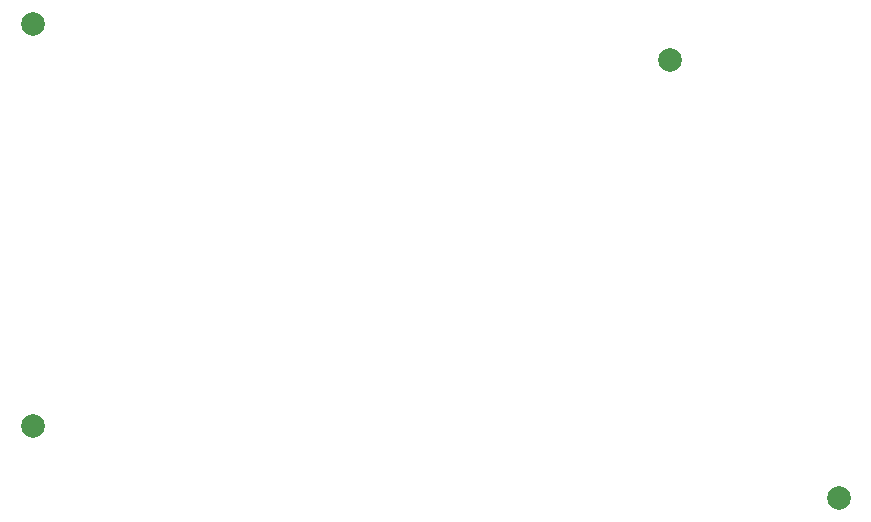
<source format=gbl>
G04 #@! TF.GenerationSoftware,KiCad,Pcbnew,7.0.6*
G04 #@! TF.CreationDate,2023-08-12T13:05:08+01:00*
G04 #@! TF.ProjectId,bottom_plate,626f7474-6f6d-45f7-906c-6174652e6b69,0.1*
G04 #@! TF.SameCoordinates,Original*
G04 #@! TF.FileFunction,Copper,L2,Bot*
G04 #@! TF.FilePolarity,Positive*
%FSLAX46Y46*%
G04 Gerber Fmt 4.6, Leading zero omitted, Abs format (unit mm)*
G04 Created by KiCad (PCBNEW 7.0.6) date 2023-08-12 13:05:08*
%MOMM*%
%LPD*%
G01*
G04 APERTURE LIST*
G04 #@! TA.AperFunction,ComponentPad*
%ADD10C,2.000000*%
G04 #@! TD*
G04 APERTURE END LIST*
D10*
X148510701Y-123849903D03*
X80250000Y-117750000D03*
X80250000Y-83750000D03*
X134228545Y-86750000D03*
M02*

</source>
